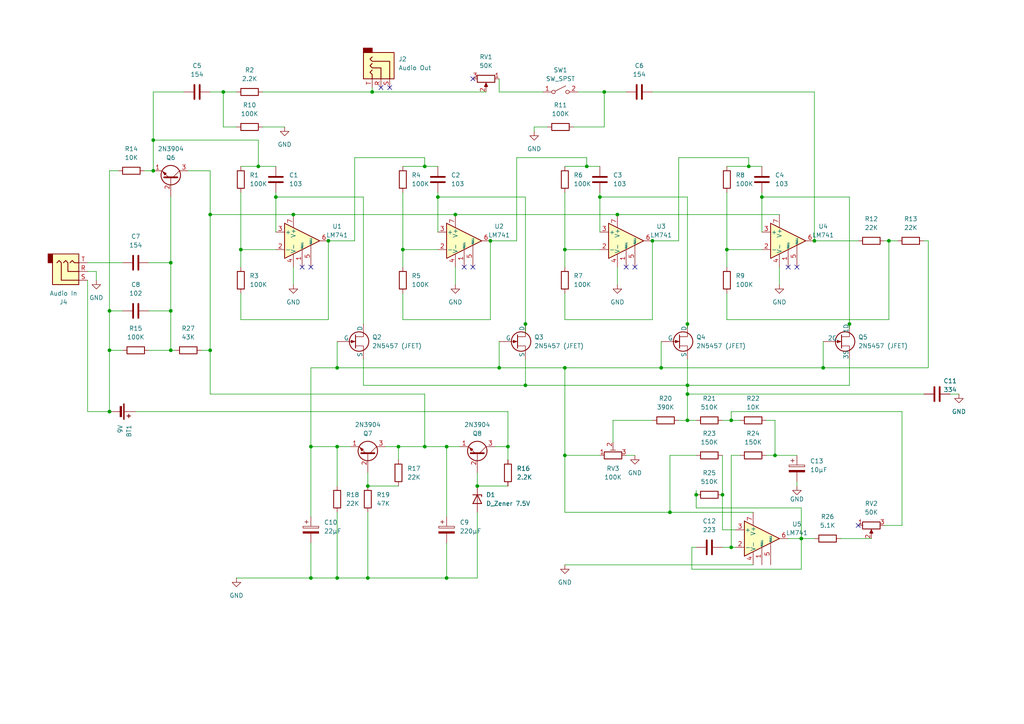
<source format=kicad_sch>
(kicad_sch (version 20230121) (generator eeschema)
  (paper "A4")
  (lib_symbols
    (symbol "Amplifier_Operational:LM741" (pin_names (offset 0.127))
      (property "Reference" "U" (at 0 6.35 0))
      (property "Value" "LM741" (at 0 3.81 0))
      (symbol "LM741_0_1"
        (polyline (pts (xy -5.08 5.08) (xy 5.08 0) (xy -5.08 -5.08) (xy -5.08 5.08)) (stroke (width 0.254)) (fill (type background)))
      )
      (symbol "LM741_1_1"
        (pin input line (at 0 -7.62 90) (length 5.08) (name "NULL") (number "1"))
        (pin input line (at -7.62 -2.54 0) (length 2.54) (name "-") (number "2"))
        (pin input line (at -7.62 2.54 0) (length 2.54) (name "+") (number "3"))
        (pin power_in line (at -2.54 -7.62 90) (length 3.81) (name "V-") (number "4"))
        (pin input line (at 2.54 -7.62 90) (length 6.35) (name "NULL") (number "5"))
        (pin output line (at 7.62 0 180) (length 2.54) (name "~") (number "6"))
        (pin power_in line (at -2.54 7.62 270) (length 3.81) (name "V+") (number "7"))
        (pin no_connect line (at 0 2.54 270) (length 2.54) hide (name "NC") (number "8"))
      )
    )
    (symbol "Connector_Audio:AudioJack3"
      (property "Reference" "J" (at 0 8.89 0))
      (property "Value" "AudioJack3" (at 0 6.35 0))
      (symbol "AudioJack3_0_1"
        (rectangle (start -5.08 -5.08) (end -6.35 -2.54) (stroke (width 0.254)) (fill (type outline)))
        (polyline (pts (xy 0 -2.54) (xy 0.635 -3.175) (xy 1.27 -2.54) (xy 2.54 -2.54)) (stroke (width 0.254)))
        (polyline (pts (xy -1.905 -2.54) (xy -1.27 -3.175) (xy -0.635 -2.54) (xy -0.635 0) (xy 2.54 0)) (stroke (width 0.254)))
        (polyline (pts (xy 2.54 2.54) (xy -2.54 2.54) (xy -2.54 -2.54) (xy -3.175 -3.175) (xy -3.81 -2.54)) (stroke (width 0.254)))
        (rectangle (start 2.54 3.81) (end -5.08 -5.08) (stroke (width 0.254)) (fill (type background)))
      )
      (symbol "AudioJack3_1_1"
        (pin passive line (at 5.08 0 180) (length 2.54) (name "~") (number "R"))
        (pin passive line (at 5.08 2.54 180) (length 2.54) (name "~") (number "S"))
        (pin passive line (at 5.08 -2.54 180) (length 2.54) (name "~") (number "T"))
      )
    )
    (symbol "Device:Battery_Cell" (pin_numbers hide) (pin_names (offset 0) hide)
      (property "Reference" "BT" (at 2.54 2.54 0))
      (property "Value" "Battery_Cell" (at 2.54 0 0))
      (symbol "Battery_Cell_0_1"
        (rectangle (start -2.286 1.778) (end 2.286 1.524) (fill (type outline)))
        (rectangle (start -1.524 1.016) (end 1.524 0.508) (fill (type outline)))
        (polyline (pts (xy 0 0.762) (xy 0 0)))
        (polyline (pts (xy 0 1.778) (xy 0 2.54)))
        (polyline (pts (xy 0.762 3.048) (xy 1.778 3.048)) (stroke (width 0.254)))
        (polyline (pts (xy 1.27 3.556) (xy 1.27 2.54)) (stroke (width 0.254)))
      )
      (symbol "Battery_Cell_1_1"
        (pin passive line (at 0 5.08 270) (length 2.54) (name "+") (number "1"))
        (pin passive line (at 0 -2.54 90) (length 2.54) (name "-") (number "2"))
      )
    )
    (symbol "Device:C" (pin_numbers hide) (pin_names (offset 0.254))
      (property "Reference" "C" (at 0.635 2.54 0))
      (property "Value" "C" (at 0.635 -2.54 0))
      (symbol "C_0_1"
        (polyline (pts (xy -2.032 -0.762) (xy 2.032 -0.762)) (stroke (width 0.508)))
        (polyline (pts (xy -2.032 0.762) (xy 2.032 0.762)) (stroke (width 0.508)))
      )
      (symbol "C_1_1"
        (pin passive line (at 0 3.81 270) (length 2.794) (name "~") (number "1"))
        (pin passive line (at 0 -3.81 90) (length 2.794) (name "~") (number "2"))
      )
    )
    (symbol "Device:C_Polarized" (pin_numbers hide) (pin_names (offset 0.254))
      (property "Reference" "C" (at 0.635 2.54 0))
      (property "Value" "C_Polarized" (at 0.635 -2.54 0))
      (symbol "C_Polarized_0_1"
        (rectangle (start -2.286 0.508) (end 2.286 1.016))
        (polyline (pts (xy -1.778 2.286) (xy -0.762 2.286)))
        (polyline (pts (xy -1.27 2.794) (xy -1.27 1.778)))
        (rectangle (start 2.286 -0.508) (end -2.286 -1.016) (fill (type outline)))
      )
      (symbol "C_Polarized_1_1"
        (pin passive line (at 0 3.81 270) (length 2.794) (name "~") (number "1"))
        (pin passive line (at 0 -3.81 90) (length 2.794) (name "~") (number "2"))
      )
    )
    (symbol "Device:D_Zener" (pin_numbers hide) (pin_names (offset 1.016) hide)
      (property "Reference" "D" (at 0 2.54 0))
      (property "Value" "D_Zener" (at 0 -2.54 0))
      (symbol "D_Zener_0_1"
        (polyline (pts (xy 1.27 0) (xy -1.27 0)))
        (polyline (pts (xy -1.27 -1.27) (xy -1.27 1.27) (xy -0.762 1.27)) (stroke (width 0.254)))
        (polyline (pts (xy 1.27 -1.27) (xy 1.27 1.27) (xy -1.27 0) (xy 1.27 -1.27)) (stroke (width 0.254)))
      )
      (symbol "D_Zener_1_1"
        (pin passive line (at -3.81 0 0) (length 2.54) (name "K") (number "1"))
        (pin passive line (at 3.81 0 180) (length 2.54) (name "A") (number "2"))
      )
    )
    (symbol "Device:R" (pin_numbers hide) (pin_names (offset 0))
      (property "Reference" "R" (at 2.032 0 90))
      (property "Value" "R" (at 0 0 90))
      (symbol "R_0_1"
        (rectangle (start -1.016 -2.54) (end 1.016 2.54) (stroke (width 0.254)))
      )
      (symbol "R_1_1"
        (pin passive line (at 0 3.81 270) (length 1.27) (name "~") (number "1"))
        (pin passive line (at 0 -3.81 90) (length 1.27) (name "~") (number "2"))
      )
    )
    (symbol "Device:R_Potentiometer" (pin_names (offset 1.016) hide)
      (property "Reference" "RV" (at -4.445 0 90))
      (property "Value" "R_Potentiometer" (at -2.54 0 90))
      (symbol "R_Potentiometer_0_1"
        (polyline (pts (xy 2.54 0) (xy 1.524 0)))
        (polyline (pts (xy 1.143 0) (xy 2.286 0.508) (xy 2.286 -0.508) (xy 1.143 0)) (fill (type outline)))
        (rectangle (start 1.016 2.54) (end -1.016 -2.54) (stroke (width 0.254)))
      )
      (symbol "R_Potentiometer_1_1"
        (pin passive line (at 0 3.81 270) (length 1.27) (name "1") (number "1"))
        (pin passive line (at 3.81 0 180) (length 1.27) (name "2") (number "2"))
        (pin passive line (at 0 -3.81 90) (length 1.27) (name "3") (number "3"))
      )
    )
    (symbol "Device:R_Potentiometer_Trim" (pin_names (offset 1.016) hide)
      (property "Reference" "RV" (at -4.445 0 90))
      (property "Value" "R_Potentiometer_Trim" (at -2.54 0 90))
      (symbol "R_Potentiometer_Trim_0_1"
        (polyline (pts (xy 1.524 0.762) (xy 1.524 -0.762)))
        (polyline (pts (xy 2.54 0) (xy 1.524 0)))
        (rectangle (start 1.016 2.54) (end -1.016 -2.54) (stroke (width 0.254)))
      )
      (symbol "R_Potentiometer_Trim_1_1"
        (pin passive line (at 0 3.81 270) (length 1.27) (name "1") (number "1"))
        (pin passive line (at 3.81 0 180) (length 1.27) (name "2") (number "2"))
        (pin passive line (at 0 -3.81 90) (length 1.27) (name "3") (number "3"))
      )
    )
    (symbol "NJFET_1" (pin_numbers hide) (pin_names (offset 0))
      (property "Reference" "Q5" (at 5.08 1.27 0))
      (property "Value" "2N5457 (JFET)" (at 5.08 -1.27 0))
      (symbol "NJFET_1_0_1"
        (polyline (pts (xy 0.254 1.905) (xy 0.254 -1.905) (xy 0.254 -1.905)) (stroke (width 0.254)))
        (polyline (pts (xy 2.54 -2.54) (xy 2.54 -1.27) (xy 0.254 -1.27)))
        (polyline (pts (xy 2.54 2.54) (xy 2.54 1.397) (xy 0.254 1.397)))
        (polyline (pts (xy 0 0) (xy -1.016 0.381) (xy -1.016 -0.381) (xy 0 0)) (fill (type outline)))
        (circle (center 1.27 0) (radius 2.8194) (stroke (width 0.254)))
      )
      (symbol "NJFET_1_1_1"
        (pin passive line (at 2.54 5.08 270) (length 2.54) (name "1D") (number "1"))
        (pin input line (at -5.08 0 0) (length 5.334) (name "2G") (number "2"))
        (pin passive line (at 2.54 -5.08 90) (length 2.54) (name "3S") (number "3"))
      )
    )
    (symbol "Simulation_SPICE:NJFET" (pin_numbers hide) (pin_names (offset 0))
      (property "Reference" "Q" (at 5.08 1.27 0))
      (property "Value" "NJFET" (at 5.08 -1.27 0))
      (symbol "NJFET_0_1"
        (polyline (pts (xy 0.254 1.905) (xy 0.254 -1.905) (xy 0.254 -1.905)) (stroke (width 0.254)))
        (polyline (pts (xy 2.54 -2.54) (xy 2.54 -1.27) (xy 0.254 -1.27)))
        (polyline (pts (xy 2.54 2.54) (xy 2.54 1.397) (xy 0.254 1.397)))
        (polyline (pts (xy 0 0) (xy -1.016 0.381) (xy -1.016 -0.381) (xy 0 0)) (fill (type outline)))
        (circle (center 1.27 0) (radius 2.8194) (stroke (width 0.254)))
      )
      (symbol "NJFET_1_1"
        (pin passive line (at 2.54 5.08 270) (length 2.54) (name "D") (number "1"))
        (pin input line (at -5.08 0 0) (length 5.334) (name "G") (number "2"))
        (pin passive line (at 2.54 -5.08 90) (length 2.54) (name "S") (number "3"))
      )
    )
    (symbol "Switch:SW_SPST" (pin_names (offset 0) hide)
      (property "Reference" "SW" (at 0 3.175 0))
      (property "Value" "SW_SPST" (at 0 -2.54 0))
      (symbol "SW_SPST_0_0"
        (circle (center -2.032 0) (radius 0.508))
        (polyline (pts (xy -1.524 0.254) (xy 1.524 1.778)))
        (circle (center 2.032 0) (radius 0.508))
      )
      (symbol "SW_SPST_1_1"
        (pin passive line (at -5.08 0 0) (length 2.54) (name "A") (number "1"))
        (pin passive line (at 5.08 0 180) (length 2.54) (name "B") (number "2"))
      )
    )
    (symbol "Transistor_BJT:2N3904" (pin_names (offset 0) hide)
      (property "Reference" "Q" (at 5.08 1.905 0))
      (property "Value" "2N3904" (at 5.08 0 0))
      (symbol "2N3904_0_1"
        (polyline (pts (xy 0.635 0.635) (xy 2.54 2.54)))
        (polyline (pts (xy 0.635 -0.635) (xy 2.54 -2.54) (xy 2.54 -2.54)))
        (polyline (pts (xy 0.635 1.905) (xy 0.635 -1.905) (xy 0.635 -1.905)) (stroke (width 0.508)))
        (polyline (pts (xy 1.27 -1.778) (xy 1.778 -1.27) (xy 2.286 -2.286) (xy 1.27 -1.778) (xy 1.27 -1.778)) (fill (type outline)))
        (circle (center 1.27 0) (radius 2.8194) (stroke (width 0.254)))
      )
      (symbol "2N3904_1_1"
        (pin passive line (at 2.54 -5.08 90) (length 2.54) (name "E") (number "1"))
        (pin passive line (at -5.08 0 0) (length 5.715) (name "B") (number "2"))
        (pin passive line (at 2.54 5.08 270) (length 2.54) (name "C") (number "3"))
      )
    )
    (symbol "power:GND" (power) (pin_names (offset 0))
      (property "Value" "GND" (at 0 -3.81 0))
      (symbol "GND_0_1"
        (polyline (pts (xy 0 0) (xy 0 -1.27) (xy 1.27 -1.27) (xy 0 -2.54) (xy -1.27 -1.27) (xy 0 -1.27)))
      )
      (symbol "GND_1_1"
        (pin power_in line (at 0 0 270) (length 0) hide (name "GND") (number "1"))
      )
    )
  )
  (junction (at 31.75 101.6))
  (junction (at 199.39 111.76))
  (junction (at 163.83 106.68))
  (junction (at 129.54 129.54))
  (junction (at 175.26 26.67))
  (junction (at 90.17 167.64))
  (junction (at 106.68 167.64))
  (junction (at 210.82 72.39))
  (junction (at 85.09 62.23))
  (junction (at 138.43 140.97))
  (junction (at 236.22 69.85))
  (junction (at 152.4 93.98))
  (junction (at 90.17 129.54))
  (junction (at 170.18 48.26))
  (junction (at 246.38 93.98))
  (junction (at 60.96 101.6))
  (junction (at 191.77 106.68))
  (junction (at 257.81 69.85))
  (junction (at 212.09 121.92))
  (junction (at 60.96 62.23))
  (junction (at 152.4 111.76))
  (junction (at 123.19 48.26))
  (junction (at 116.84 72.39))
  (junction (at 220.98 57.15))
  (junction (at 44.45 49.53))
  (junction (at 173.99 57.15))
  (junction (at 224.79 132.08))
  (junction (at 142.24 69.85))
  (junction (at 97.79 167.64))
  (junction (at 217.17 48.26))
  (junction (at 44.45 40.64))
  (junction (at 199.39 121.92))
  (junction (at 49.53 101.6))
  (junction (at 64.77 26.67))
  (junction (at 212.09 158.75))
  (junction (at 127 57.15))
  (junction (at 106.68 140.97))
  (junction (at 49.53 90.17))
  (junction (at 238.76 106.68))
  (junction (at 189.23 69.85))
  (junction (at 129.54 167.64))
  (junction (at 31.75 119.38))
  (junction (at 163.83 72.39))
  (junction (at 107.95 26.67))
  (junction (at 179.07 62.23))
  (junction (at 123.19 129.54))
  (junction (at 31.75 90.17))
  (junction (at 199.39 114.3))
  (junction (at 80.01 57.15))
  (junction (at 199.39 93.98))
  (junction (at 132.08 62.23))
  (junction (at 69.85 72.39))
  (junction (at 144.78 106.68))
  (junction (at 201.93 143.51))
  (junction (at 194.31 148.59))
  (junction (at 115.57 129.54))
  (junction (at 232.41 156.21))
  (junction (at 49.53 76.2))
  (junction (at 97.79 106.68))
  (junction (at 147.32 129.54))
  (junction (at 97.79 129.54))
  (junction (at 163.83 132.08))
  (junction (at 209.55 143.51))
  (junction (at 95.25 69.85))
  (junction (at 74.93 48.26))
  (no_connect (at 137.16 77.47))
  (no_connect (at 248.92 152.4))
  (no_connect (at 87.63 77.47))
  (no_connect (at 228.6 77.47))
  (no_connect (at 184.15 77.47))
  (no_connect (at 231.14 77.47))
  (no_connect (at 90.17 77.47))
  (no_connect (at 134.62 77.47))
  (no_connect (at 110.49 25.4))
  (no_connect (at 113.03 25.4))
  (no_connect (at 137.16 22.86))
  (no_connect (at 181.61 77.47))
  (wire (pts (xy 80.01 57.15) (xy 105.41 57.15)))
  (wire (pts (xy 238.76 106.68) (xy 269.24 106.68)))
  (wire (pts (xy 127 57.15) (xy 152.4 57.15)))
  (wire (pts (xy 123.19 48.26) (xy 127 48.26)))
  (wire (pts (xy 173.99 55.88) (xy 173.99 57.15)))
  (wire (pts (xy 228.6 156.21) (xy 232.41 156.21)))
  (wire (pts (xy 261.62 152.4) (xy 261.62 119.38)))
  (wire (pts (xy 209.55 121.92) (xy 212.09 121.92)))
  (wire (pts (xy 49.53 101.6) (xy 50.8 101.6)))
  (wire (pts (xy 97.79 129.54) (xy 97.79 140.97)))
  (wire (pts (xy 210.82 72.39) (xy 220.98 72.39)))
  (wire (pts (xy 95.25 69.85) (xy 95.25 92.71)))
  (wire (pts (xy 97.79 129.54) (xy 101.6 129.54)))
  (wire (pts (xy 90.17 129.54) (xy 90.17 149.86)))
  (wire (pts (xy 64.77 36.83) (xy 68.58 36.83)))
  (wire (pts (xy 49.53 76.2) (xy 43.18 76.2)))
  (wire (pts (xy 60.96 49.53) (xy 60.96 62.23)))
  (wire (pts (xy 189.23 69.85) (xy 189.23 92.71)))
  (wire (pts (xy 97.79 167.64) (xy 90.17 167.64)))
  (wire (pts (xy 90.17 157.48) (xy 90.17 167.64)))
  (wire (pts (xy 144.78 22.86) (xy 144.78 26.67)))
  (wire (pts (xy 224.79 121.92) (xy 222.25 121.92)))
  (wire (pts (xy 76.2 26.67) (xy 107.95 26.67)))
  (wire (pts (xy 214.63 132.08) (xy 212.09 132.08)))
  (wire (pts (xy 175.26 36.83) (xy 175.26 26.67)))
  (wire (pts (xy 275.59 114.3) (xy 278.13 114.3)))
  (wire (pts (xy 163.83 106.68) (xy 191.77 106.68)))
  (wire (pts (xy 256.54 152.4) (xy 261.62 152.4)))
  (wire (pts (xy 44.45 40.64) (xy 44.45 49.53)))
  (wire (pts (xy 138.43 140.97) (xy 147.32 140.97)))
  (wire (pts (xy 149.86 69.85) (xy 149.86 45.72)))
  (wire (pts (xy 232.41 156.21) (xy 232.41 147.32)))
  (wire (pts (xy 82.55 36.83) (xy 76.2 36.83)))
  (wire (pts (xy 163.83 55.88) (xy 163.83 72.39)))
  (wire (pts (xy 142.24 69.85) (xy 149.86 69.85)))
  (wire (pts (xy 220.98 57.15) (xy 246.38 57.15)))
  (wire (pts (xy 209.55 132.08) (xy 209.55 143.51)))
  (wire (pts (xy 210.82 48.26) (xy 217.17 48.26)))
  (wire (pts (xy 147.32 119.38) (xy 147.32 129.54)))
  (wire (pts (xy 97.79 106.68) (xy 90.17 106.68)))
  (wire (pts (xy 210.82 72.39) (xy 210.82 77.47)))
  (wire (pts (xy 147.32 129.54) (xy 147.32 133.35)))
  (wire (pts (xy 181.61 132.08) (xy 184.15 132.08)))
  (wire (pts (xy 85.09 62.23) (xy 132.08 62.23)))
  (wire (pts (xy 116.84 92.71) (xy 142.24 92.71)))
  (wire (pts (xy 173.99 57.15) (xy 173.99 67.31)))
  (wire (pts (xy 25.4 119.38) (xy 31.75 119.38)))
  (wire (pts (xy 123.19 45.72) (xy 123.19 48.26)))
  (wire (pts (xy 196.85 45.72) (xy 217.17 45.72)))
  (wire (pts (xy 144.78 106.68) (xy 97.79 106.68)))
  (wire (pts (xy 144.78 26.67) (xy 157.48 26.67)))
  (wire (pts (xy 194.31 148.59) (xy 218.44 148.59)))
  (wire (pts (xy 60.96 114.3) (xy 123.19 114.3)))
  (wire (pts (xy 196.85 69.85) (xy 196.85 45.72)))
  (wire (pts (xy 123.19 129.54) (xy 129.54 129.54)))
  (wire (pts (xy 138.43 148.59) (xy 138.43 167.64)))
  (wire (pts (xy 220.98 57.15) (xy 220.98 67.31)))
  (wire (pts (xy 194.31 132.08) (xy 201.93 132.08)))
  (wire (pts (xy 107.95 25.4) (xy 107.95 26.67)))
  (wire (pts (xy 199.39 121.92) (xy 201.93 121.92)))
  (wire (pts (xy 144.78 106.68) (xy 163.83 106.68)))
  (wire (pts (xy 256.54 69.85) (xy 257.81 69.85)))
  (wire (pts (xy 44.45 40.64) (xy 74.93 40.64)))
  (wire (pts (xy 60.96 101.6) (xy 60.96 114.3)))
  (wire (pts (xy 199.39 57.15) (xy 199.39 93.98)))
  (wire (pts (xy 31.75 90.17) (xy 35.56 90.17)))
  (wire (pts (xy 179.07 62.23) (xy 226.06 62.23)))
  (wire (pts (xy 199.39 114.3) (xy 267.97 114.3)))
  (wire (pts (xy 53.34 26.67) (xy 44.45 26.67)))
  (wire (pts (xy 49.53 76.2) (xy 49.53 90.17)))
  (wire (pts (xy 257.81 92.71) (xy 257.81 69.85)))
  (wire (pts (xy 69.85 85.09) (xy 69.85 92.71)))
  (wire (pts (xy 115.57 129.54) (xy 111.76 129.54)))
  (wire (pts (xy 115.57 129.54) (xy 123.19 129.54)))
  (wire (pts (xy 152.4 111.76) (xy 199.39 111.76)))
  (wire (pts (xy 31.75 101.6) (xy 31.75 119.38)))
  (wire (pts (xy 116.84 72.39) (xy 116.84 77.47)))
  (wire (pts (xy 149.86 45.72) (xy 170.18 45.72)))
  (wire (pts (xy 105.41 111.76) (xy 152.4 111.76)))
  (wire (pts (xy 69.85 92.71) (xy 95.25 92.71)))
  (wire (pts (xy 212.09 119.38) (xy 212.09 121.92)))
  (wire (pts (xy 212.09 121.92) (xy 214.63 121.92)))
  (wire (pts (xy 115.57 129.54) (xy 115.57 133.35)))
  (wire (pts (xy 177.8 121.92) (xy 189.23 121.92)))
  (wire (pts (xy 31.75 90.17) (xy 31.75 101.6)))
  (wire (pts (xy 231.14 140.97) (xy 231.14 139.7)))
  (wire (pts (xy 49.53 57.15) (xy 49.53 76.2)))
  (wire (pts (xy 267.97 69.85) (xy 269.24 69.85)))
  (wire (pts (xy 74.93 48.26) (xy 80.01 48.26)))
  (wire (pts (xy 201.93 142.24) (xy 201.93 143.51)))
  (wire (pts (xy 25.4 76.2) (xy 35.56 76.2)))
  (wire (pts (xy 222.25 132.08) (xy 224.79 132.08)))
  (wire (pts (xy 60.96 62.23) (xy 60.96 101.6)))
  (wire (pts (xy 80.01 57.15) (xy 80.01 67.31)))
  (wire (pts (xy 163.83 72.39) (xy 173.99 72.39)))
  (wire (pts (xy 116.84 48.26) (xy 123.19 48.26)))
  (wire (pts (xy 97.79 148.59) (xy 97.79 167.64)))
  (wire (pts (xy 123.19 114.3) (xy 123.19 129.54)))
  (wire (pts (xy 201.93 147.32) (xy 201.93 143.51)))
  (wire (pts (xy 212.09 132.08) (xy 212.09 158.75)))
  (wire (pts (xy 191.77 99.06) (xy 191.77 106.68)))
  (wire (pts (xy 39.37 119.38) (xy 147.32 119.38)))
  (wire (pts (xy 243.84 156.21) (xy 252.73 156.21)))
  (wire (pts (xy 209.55 158.75) (xy 212.09 158.75)))
  (wire (pts (xy 144.78 99.06) (xy 144.78 106.68)))
  (wire (pts (xy 44.45 26.67) (xy 44.45 40.64)))
  (wire (pts (xy 90.17 167.64) (xy 68.58 167.64)))
  (wire (pts (xy 167.64 26.67) (xy 175.26 26.67)))
  (wire (pts (xy 60.96 101.6) (xy 58.42 101.6)))
  (wire (pts (xy 210.82 55.88) (xy 210.82 72.39)))
  (wire (pts (xy 138.43 137.16) (xy 138.43 140.97)))
  (wire (pts (xy 31.75 101.6) (xy 35.56 101.6)))
  (wire (pts (xy 163.83 148.59) (xy 194.31 148.59)))
  (wire (pts (xy 199.39 104.14) (xy 199.39 111.76)))
  (wire (pts (xy 64.77 26.67) (xy 64.77 36.83)))
  (wire (pts (xy 152.4 93.98) (xy 152.4 96.52)))
  (wire (pts (xy 212.09 158.75) (xy 213.36 158.75)))
  (wire (pts (xy 166.37 36.83) (xy 175.26 36.83)))
  (wire (pts (xy 269.24 69.85) (xy 269.24 106.68)))
  (wire (pts (xy 142.24 69.85) (xy 142.24 92.71)))
  (wire (pts (xy 200.66 158.75) (xy 200.66 165.1)))
  (wire (pts (xy 189.23 69.85) (xy 196.85 69.85)))
  (wire (pts (xy 261.62 119.38) (xy 212.09 119.38)))
  (wire (pts (xy 217.17 45.72) (xy 217.17 48.26)))
  (wire (pts (xy 143.51 129.54) (xy 147.32 129.54)))
  (wire (pts (xy 74.93 40.64) (xy 74.93 48.26)))
  (wire (pts (xy 64.77 26.67) (xy 68.58 26.67)))
  (wire (pts (xy 102.87 69.85) (xy 102.87 45.72)))
  (wire (pts (xy 191.77 106.68) (xy 238.76 106.68)))
  (wire (pts (xy 209.55 153.67) (xy 209.55 143.51)))
  (wire (pts (xy 257.81 69.85) (xy 260.35 69.85)))
  (wire (pts (xy 107.95 26.67) (xy 140.97 26.67)))
  (wire (pts (xy 127 55.88) (xy 127 57.15)))
  (wire (pts (xy 116.84 55.88) (xy 116.84 72.39)))
  (wire (pts (xy 173.99 57.15) (xy 199.39 57.15)))
  (wire (pts (xy 95.25 69.85) (xy 102.87 69.85)))
  (wire (pts (xy 27.94 78.74) (xy 27.94 81.28)))
  (wire (pts (xy 236.22 69.85) (xy 248.92 69.85)))
  (wire (pts (xy 49.53 90.17) (xy 49.53 101.6)))
  (wire (pts (xy 132.08 62.23) (xy 179.07 62.23)))
  (wire (pts (xy 246.38 95.25) (xy 246.38 93.98)))
  (wire (pts (xy 85.09 77.47) (xy 85.09 82.55)))
  (wire (pts (xy 69.85 48.26) (xy 74.93 48.26)))
  (wire (pts (xy 213.36 153.67) (xy 209.55 153.67)))
  (wire (pts (xy 132.08 77.47) (xy 132.08 82.55)))
  (wire (pts (xy 177.8 121.92) (xy 177.8 128.27)))
  (wire (pts (xy 60.96 62.23) (xy 85.09 62.23)))
  (wire (pts (xy 106.68 140.97) (xy 115.57 140.97)))
  (wire (pts (xy 102.87 45.72) (xy 123.19 45.72)))
  (wire (pts (xy 129.54 129.54) (xy 129.54 149.86)))
  (wire (pts (xy 69.85 72.39) (xy 80.01 72.39)))
  (wire (pts (xy 106.68 148.59) (xy 106.68 167.64)))
  (wire (pts (xy 152.4 57.15) (xy 152.4 93.98)))
  (wire (pts (xy 210.82 92.71) (xy 257.81 92.71)))
  (wire (pts (xy 163.83 163.83) (xy 218.44 163.83)))
  (wire (pts (xy 105.41 57.15) (xy 105.41 93.98)))
  (wire (pts (xy 97.79 99.06) (xy 97.79 106.68)))
  (wire (pts (xy 199.39 111.76) (xy 246.38 111.76)))
  (wire (pts (xy 170.18 48.26) (xy 173.99 48.26)))
  (wire (pts (xy 199.39 95.25) (xy 199.39 93.98)))
  (wire (pts (xy 158.75 36.83) (xy 154.94 36.83)))
  (wire (pts (xy 232.41 165.1) (xy 232.41 156.21)))
  (wire (pts (xy 232.41 147.32) (xy 201.93 147.32)))
  (wire (pts (xy 60.96 26.67) (xy 64.77 26.67)))
  (wire (pts (xy 97.79 167.64) (xy 106.68 167.64)))
  (wire (pts (xy 80.01 55.88) (xy 80.01 57.15)))
  (wire (pts (xy 236.22 26.67) (xy 236.22 69.85)))
  (wire (pts (xy 201.93 158.75) (xy 200.66 158.75)))
  (wire (pts (xy 163.83 48.26) (xy 170.18 48.26)))
  (wire (pts (xy 154.94 36.83) (xy 154.94 38.1)))
  (wire (pts (xy 246.38 111.76) (xy 246.38 104.14)))
  (wire (pts (xy 224.79 132.08) (xy 231.14 132.08)))
  (wire (pts (xy 152.4 104.14) (xy 152.4 111.76)))
  (wire (pts (xy 210.82 85.09) (xy 210.82 92.71)))
  (wire (pts (xy 106.68 137.16) (xy 106.68 140.97)))
  (wire (pts (xy 194.31 132.08) (xy 194.31 148.59)))
  (wire (pts (xy 49.53 101.6) (xy 43.18 101.6)))
  (wire (pts (xy 196.85 121.92) (xy 199.39 121.92)))
  (wire (pts (xy 116.84 85.09) (xy 116.84 92.71)))
  (wire (pts (xy 238.76 99.06) (xy 238.76 106.68)))
  (wire (pts (xy 199.39 114.3) (xy 199.39 121.92)))
  (wire (pts (xy 106.68 167.64) (xy 129.54 167.64)))
  (wire (pts (xy 163.83 85.09) (xy 163.83 92.71)))
  (wire (pts (xy 163.83 106.68) (xy 163.83 132.08)))
  (wire (pts (xy 133.35 129.54) (xy 129.54 129.54)))
  (wire (pts (xy 49.53 90.17) (xy 43.18 90.17)))
  (wire (pts (xy 179.07 77.47) (xy 179.07 82.55)))
  (wire (pts (xy 129.54 157.48) (xy 129.54 167.64)))
  (wire (pts (xy 246.38 57.15) (xy 246.38 93.98)))
  (wire (pts (xy 31.75 49.53) (xy 31.75 90.17)))
  (wire (pts (xy 199.39 111.76) (xy 199.39 114.3)))
  (wire (pts (xy 127 57.15) (xy 127 67.31)))
  (wire (pts (xy 116.84 72.39) (xy 127 72.39)))
  (wire (pts (xy 129.54 167.64) (xy 138.43 167.64)))
  (wire (pts (xy 200.66 165.1) (xy 232.41 165.1)))
  (wire (pts (xy 90.17 106.68) (xy 90.17 129.54)))
  (wire (pts (xy 175.26 26.67) (xy 181.61 26.67)))
  (wire (pts (xy 25.4 78.74) (xy 27.94 78.74)))
  (wire (pts (xy 170.18 45.72) (xy 170.18 48.26)))
  (wire (pts (xy 232.41 156.21) (xy 236.22 156.21)))
  (wire (pts (xy 41.91 49.53) (xy 44.45 49.53)))
  (wire (pts (xy 54.61 49.53) (xy 60.96 49.53)))
  (wire (pts (xy 69.85 72.39) (xy 69.85 77.47)))
  (wire (pts (xy 90.17 129.54) (xy 97.79 129.54)))
  (wire (pts (xy 224.79 121.92) (xy 224.79 132.08)))
  (wire (pts (xy 226.06 77.47) (xy 226.06 82.55)))
  (wire (pts (xy 220.98 55.88) (xy 220.98 57.15)))
  (wire (pts (xy 31.75 49.53) (xy 34.29 49.53)))
  (wire (pts (xy 25.4 81.28) (xy 25.4 119.38)))
  (wire (pts (xy 163.83 132.08) (xy 163.83 148.59)))
  (wire (pts (xy 69.85 55.88) (xy 69.85 72.39)))
  (wire (pts (xy 163.83 92.71) (xy 189.23 92.71)))
  (wire (pts (xy 217.17 48.26) (xy 220.98 48.26)))
  (wire (pts (xy 105.41 104.14) (xy 105.41 111.76)))
  (wire (pts (xy 189.23 26.67) (xy 236.22 26.67)))
  (wire (pts (xy 163.83 72.39) (xy 163.83 77.47)))
  (wire (pts (xy 163.83 132.08) (xy 173.99 132.08)))
  (symbol (lib_id "Device:R") (at 39.37 101.6 270) (unit 1)
    (property "Reference" "R15" (at 39.37 95.25 90))
    (property "Value" "100K" (at 39.37 97.79 90))
    (property "Footprint" "Resistor_THT:R_Axial_DIN0207_L6.3mm_D2.5mm_P5.08mm_Vertical" (effects hide))
  )
  (symbol (lib_id "Device:R") (at 116.84 81.28 0) (unit 1)
    (property "Reference" "R5" (at 119.38 80.01 0) (effects (justify left)))
    (property "Value" "100K" (at 119.38 82.55 0) (effects (justify left)))
    (property "Footprint" "Resistor_THT:R_Axial_DIN0207_L6.3mm_D2.5mm_P7.62mm_Horizontal" (effects hide))
  )
  (symbol (lib_id "Device:R") (at 69.85 52.07 0) (unit 1)
    (property "Reference" "R1" (at 72.39 50.8 0) (effects (justify left)))
    (property "Value" "100K" (at 72.39 53.34 0) (effects (justify left)))
    (property "Footprint" "Resistor_THT:R_Axial_DIN0207_L6.3mm_D2.5mm_P7.62mm_Horizontal" (effects hide))
  )
  (symbol (lib_id "Transistor_BJT:2N3904") (at 138.43 132.08 270) (mirror x) (unit 1)
    (property "Reference" "Q8" (at 138.43 125.73 90))
    (property "Value" "2N3904" (at 138.43 123.19 90))
    (property "Footprint" "Package_TO_SOT_THT:TO-92_Inline_Wide" (effects hide))
    (property "Datasheet" "https://www.onsemi.com/pub/Collateral/2N3903-D.PDF" (effects hide))
  )
  (symbol (lib_id "Amplifier_Operational:LM741") (at 134.62 69.85 0) (unit 1)
    (property "Reference" "U2" (at 144.78 65.6591 0))
    (property "Value" "LM741" (at 144.78 68.1991 0))
    (property "Footprint" "Package_DIP:DIP-8_W7.62mm_Socket" (effects hide))
    (property "Datasheet" "http://www.ti.com/lit/ds/symlink/lm741.pdf" (effects hide))
  )
  (symbol (lib_id "Device:R") (at 72.39 26.67 270) (unit 1)
    (property "Reference" "R2" (at 72.39 20.32 90))
    (property "Value" "2.2K" (at 72.39 22.86 90))
    (property "Footprint" "Resistor_THT:R_Axial_DIN0207_L6.3mm_D2.5mm_P7.62mm_Horizontal" (effects hide))
  )
  (symbol (lib_id "Device:R") (at 210.82 81.28 0) (unit 1)
    (property "Reference" "R9" (at 213.36 80.01 0) (effects (justify left)))
    (property "Value" "100K" (at 213.36 82.55 0) (effects (justify left)))
    (property "Footprint" "Resistor_THT:R_Axial_DIN0207_L6.3mm_D2.5mm_P7.62mm_Horizontal" (effects hide))
  )
  (symbol (lib_id "Device:C") (at 39.37 90.17 270) (unit 1)
    (property "Reference" "C8" (at 39.37 82.55 90))
    (property "Value" "102" (at 39.37 85.09 90))
    (property "Footprint" "Resistor_THT:R_Axial_DIN0207_L6.3mm_D2.5mm_P5.08mm_Vertical" (effects hide))
  )
  (symbol (lib_id "Simulation_SPICE:NJFET") (at 102.87 99.06 0) (unit 1)
    (property "Reference" "Q2" (at 107.95 97.79 0) (effects (justify left)))
    (property "Value" "2N5457 (JFET)" (at 107.95 100.33 0) (effects (justify left)))
    (property "Footprint" "Package_TO_SOT_THT:TO-92_Inline_Wide" (effects hide))
    (property "Sim.Device" "NJFET" (effects hide))
    (property "Sim.Type" "SHICHMANHODGES" (effects hide))
    (property "Sim.Pins" "1=D 2=G 3=S" (effects hide))
  )
  (symbol (lib_id "Device:R") (at 69.85 81.28 0) (unit 1)
    (property "Reference" "R3" (at 72.39 80.01 0) (effects (justify left)))
    (property "Value" "100K" (at 72.39 82.55 0) (effects (justify left)))
    (property "Footprint" "Resistor_THT:R_Axial_DIN0207_L6.3mm_D2.5mm_P7.62mm_Horizontal" (effects hide))
  )
  (symbol (lib_id "Device:R") (at 252.73 69.85 270) (unit 1)
    (property "Reference" "R12" (at 252.73 63.5 90))
    (property "Value" "22K" (at 252.73 66.04 90))
    (property "Footprint" "Resistor_THT:R_Axial_DIN0207_L6.3mm_D2.5mm_P7.62mm_Horizontal" (effects hide))
  )
  (symbol (lib_id "power:GND") (at 154.94 38.1 0) (unit 1)
    (property "Reference" "#PWR05" (effects hide))
    (property "Value" "GND" (at 154.94 43.18 0))
  )
  (symbol (lib_id "Switch:SW_SPST") (at 162.56 26.67 0) (unit 1)
    (property "Reference" "SW1" (at 162.56 20.32 0))
    (property "Value" "SW_SPST" (at 162.56 22.86 0))
    (property "Footprint" "LED_THT:LED_D2.0mm_W4.8mm_H2.5mm_FlatTop" (effects hide))
  )
  (symbol (lib_id "power:GND") (at 226.06 82.55 0) (unit 1)
    (property "Reference" "#PWR04" (effects hide))
    (property "Value" "GND" (at 226.06 87.63 0))
  )
  (symbol (lib_id "Device:C") (at 57.15 26.67 270) (unit 1)
    (property "Reference" "C5" (at 57.15 19.05 90))
    (property "Value" "154" (at 57.15 21.59 90))
    (property "Footprint" "Resistor_THT:R_Axial_DIN0207_L6.3mm_D2.5mm_P5.08mm_Vertical" (effects hide))
  )
  (symbol (lib_id "Device:R") (at 264.16 69.85 270) (unit 1)
    (property "Reference" "R13" (at 264.16 63.5 90))
    (property "Value" "22K" (at 264.16 66.04 90))
    (property "Footprint" "Resistor_THT:R_Axial_DIN0207_L6.3mm_D2.5mm_P5.08mm_Vertical" (effects hide))
  )
  (symbol (lib_id "Device:R_Potentiometer_Trim") (at 177.8 132.08 90) (unit 1)
    (property "Reference" "RV3" (at 177.8 135.89 90))
    (property "Value" "100K" (at 177.8 138.43 90))
    (property "Footprint" "Potentiometer_THT:Potentiometer_Runtron_RM-065_Vertical" (effects hide))
  )
  (symbol (lib_id "Simulation_SPICE:NJFET") (at 149.86 99.06 0) (unit 1)
    (property "Reference" "Q3" (at 154.94 97.79 0) (effects (justify left)))
    (property "Value" "2N5457 (JFET)" (at 154.94 100.33 0) (effects (justify left)))
    (property "Footprint" "Package_TO_SOT_THT:TO-92_Inline_Wide" (effects hide))
    (property "Sim.Device" "NJFET" (effects hide))
    (property "Sim.Type" "SHICHMANHODGES" (effects hide))
    (property "Sim.Pins" "1=D 2=G 3=S" (effects hide))
  )
  (symbol (lib_id "power:GND") (at 85.09 82.55 0) (unit 1)
    (property "Reference" "#PWR01" (effects hide))
    (property "Value" "GND" (at 85.09 87.63 0))
  )
  (symbol (lib_id "Connector_Audio:AudioJack3") (at 110.49 20.32 270) (unit 1)
    (property "Reference" "J2" (at 115.57 17.145 90) (effects (justify left)))
    (property "Value" "Audio Out" (at 115.57 19.685 90) (effects (justify left)))
    (property "Footprint" "Library:AudioMountPoint2" (effects hide))
  )
  (symbol (lib_id "Device:C") (at 220.98 52.07 0) (unit 1)
    (property "Reference" "C4" (at 224.79 50.8 0) (effects (justify left)))
    (property "Value" "103" (at 224.79 53.34 0) (effects (justify left)))
    (property "Footprint" "Resistor_THT:R_Axial_DIN0207_L6.3mm_D2.5mm_P7.62mm_Horizontal" (effects hide))
  )
  (symbol (lib_id "Device:R") (at 162.56 36.83 270) (unit 1)
    (property "Reference" "R11" (at 162.56 30.48 90))
    (property "Value" "100K" (at 162.56 33.02 90))
    (property "Footprint" "Resistor_THT:R_Axial_DIN0207_L6.3mm_D2.5mm_P7.62mm_Horizontal" (effects hide))
  )
  (symbol (lib_id "Device:R") (at 193.04 121.92 270) (unit 1)
    (property "Reference" "R20" (at 193.04 115.57 90))
    (property "Value" "390K" (at 193.04 118.11 90))
    (property "Footprint" "Resistor_THT:R_Axial_DIN0207_L6.3mm_D2.5mm_P7.62mm_Horizontal" (effects hide))
  )
  (symbol (lib_id "Device:C") (at 80.01 52.07 0) (unit 1)
    (property "Reference" "C1" (at 83.82 50.8 0) (effects (justify left)))
    (property "Value" "103" (at 83.82 53.34 0) (effects (justify left)))
    (property "Footprint" "Resistor_THT:R_Axial_DIN0207_L6.3mm_D2.5mm_P7.62mm_Horizontal" (effects hide))
  )
  (symbol (lib_id "power:GND") (at 27.94 81.28 0) (unit 1)
    (property "Reference" "#PWR012" (effects hide))
    (property "Value" "GND" (at 27.94 86.36 0))
  )
  (symbol (lib_id "power:GND") (at 278.13 114.3 0) (unit 1)
    (property "Reference" "#PWR09" (effects hide))
    (property "Value" "GND" (at 278.13 119.38 0))
  )
  (symbol (lib_id "Device:C") (at 173.99 52.07 0) (unit 1)
    (property "Reference" "C3" (at 177.8 50.8 0) (effects (justify left)))
    (property "Value" "103" (at 177.8 53.34 0) (effects (justify left)))
    (property "Footprint" "Resistor_THT:R_Axial_DIN0207_L6.3mm_D2.5mm_P7.62mm_Horizontal" (effects hide))
  )
  (symbol (lib_id "Device:R") (at 115.57 137.16 0) (unit 1)
    (property "Reference" "R17" (at 118.11 135.89 0) (effects (justify left)))
    (property "Value" "22K" (at 118.11 138.43 0) (effects (justify left)))
    (property "Footprint" "Resistor_THT:R_Axial_DIN0207_L6.3mm_D2.5mm_P2.54mm_Vertical" (effects hide))
  )
  (symbol (lib_id "power:GND") (at 184.15 132.08 0) (unit 1)
    (property "Reference" "#PWR08" (effects hide))
    (property "Value" "GND" (at 184.15 137.16 0))
  )
  (symbol (lib_id "Device:R") (at 218.44 121.92 270) (unit 1)
    (property "Reference" "R22" (at 218.44 115.57 90))
    (property "Value" "10K" (at 218.44 118.11 90))
    (property "Footprint" "Resistor_THT:R_Axial_DIN0207_L6.3mm_D2.5mm_P7.62mm_Horizontal" (effects hide))
  )
  (symbol (lib_id "Amplifier_Operational:LM741") (at 220.98 156.21 0) (unit 1)
    (property "Reference" "U5" (at 231.14 152.0191 0))
    (property "Value" "LM741" (at 231.14 154.5591 0))
    (property "Footprint" "Package_DIP:DIP-8_W7.62mm_Socket" (effects hide))
    (property "Datasheet" "http://www.ti.com/lit/ds/symlink/lm741.pdf" (effects hide))
  )
  (symbol (lib_id "Device:R") (at 210.82 52.07 0) (unit 1)
    (property "Reference" "R8" (at 213.36 50.8 0) (effects (justify left)))
    (property "Value" "100K" (at 213.36 53.34 0) (effects (justify left)))
    (property "Footprint" "Resistor_THT:R_Axial_DIN0207_L6.3mm_D2.5mm_P7.62mm_Horizontal" (effects hide))
  )
  (symbol (lib_id "Transistor_BJT:2N3904") (at 106.68 132.08 270) (mirror x) (unit 1)
    (property "Reference" "Q7" (at 106.68 125.73 90))
    (property "Value" "2N3904" (at 106.68 123.19 90))
    (property "Footprint" "Package_TO_SOT_THT:TO-92_Inline_Wide" (effects hide))
    (property "Datasheet" "https://www.onsemi.com/pub/Collateral/2N3903-D.PDF" (effects hide))
  )
  (symbol (lib_id "Connector_Audio:AudioJack3") (at 20.32 78.74 0) (mirror x) (unit 1)
    (property "Reference" "J4" (at 18.415 87.63 0))
    (property "Value" "Audio In" (at 18.415 85.09 0))
    (property "Footprint" "Library:AudioMountPoint2" (effects hide))
  )
  (symbol (lib_id "Device:C_Polarized") (at 129.54 153.67 0) (unit 1)
    (property "Reference" "C9" (at 133.35 151.511 0) (effects (justify left)))
    (property "Value" "220µF" (at 133.35 154.051 0) (effects (justify left)))
    (property "Footprint" "Capacitor_THT:CP_Radial_D10.0mm_P5.00mm" (effects hide))
  )
  (symbol (lib_id "Device:C") (at 127 52.07 0) (unit 1)
    (property "Reference" "C2" (at 130.81 50.8 0) (effects (justify left)))
    (property "Value" "103" (at 130.81 53.34 0) (effects (justify left)))
    (property "Footprint" "Resistor_THT:R_Axial_DIN0207_L6.3mm_D2.5mm_P7.62mm_Horizontal" (effects hide))
  )
  (symbol (lib_id "Device:R") (at 106.68 144.78 0) (unit 1)
    (property "Reference" "R19" (at 109.22 143.51 0) (effects (justify left)))
    (property "Value" "47K" (at 109.22 146.05 0) (effects (justify left)))
    (property "Footprint" "Resistor_THT:R_Axial_DIN0207_L6.3mm_D2.5mm_P2.54mm_Vertical" (effects hide))
  )
  (symbol (lib_id "Device:R") (at 205.74 121.92 270) (unit 1)
    (property "Reference" "R21" (at 205.74 115.57 90))
    (property "Value" "510K" (at 205.74 118.11 90))
    (property "Footprint" "Resistor_THT:R_Axial_DIN0207_L6.3mm_D2.5mm_P7.62mm_Horizontal" (effects hide))
  )
  (symbol (lib_id "Device:R") (at 54.61 101.6 270) (unit 1)
    (property "Reference" "R27" (at 54.61 95.25 90))
    (property "Value" "43K" (at 54.61 97.79 90))
    (property "Footprint" "Resistor_THT:R_Axial_DIN0207_L6.3mm_D2.5mm_P2.54mm_Vertical" (effects hide))
  )
  (symbol (lib_id "Amplifier_Operational:LM741") (at 87.63 69.85 0) (unit 1)
    (property "Reference" "U1" (at 97.79 65.6591 0))
    (property "Value" "LM741" (at 97.79 68.1991 0))
    (property "Footprint" "Package_DIP:DIP-8_W7.62mm_Socket" (effects hide))
    (property "Datasheet" "http://www.ti.com/lit/ds/symlink/lm741.pdf" (effects hide))
  )
  (symbol (lib_id "Device:C_Polarized") (at 231.14 135.89 0) (unit 1)
    (property "Reference" "C13" (at 234.95 133.731 0) (effects (justify left)))
    (property "Value" "10µF" (at 234.95 136.271 0) (effects (justify left)))
    (property "Footprint" "Capacitor_THT:CP_Radial_D5.0mm_P2.50mm" (effects hide))
  )
  (symbol (lib_id "Device:R") (at 163.83 52.07 0) (unit 1)
    (property "Reference" "R6" (at 166.37 50.8 0) (effects (justify left)))
    (property "Value" "100K" (at 166.37 53.34 0) (effects (justify left)))
    (property "Footprint" "Resistor_THT:R_Axial_DIN0207_L6.3mm_D2.5mm_P7.62mm_Horizontal" (effects hide))
  )
  (symbol (lib_id "Device:R") (at 205.74 132.08 270) (unit 1)
    (property "Reference" "R23" (at 205.74 125.73 90))
    (property "Value" "150K" (at 205.74 128.27 90))
    (property "Footprint" "Resistor_THT:R_Axial_DIN0207_L6.3mm_D2.5mm_P7.62mm_Horizontal" (effects hide))
  )
  (symbol (lib_id "power:GND") (at 82.55 36.83 0) (unit 1)
    (property "Reference" "#PWR07" (effects hide))
    (property "Value" "GND" (at 82.55 41.91 0))
  )
  (symbol (lib_id "Device:R") (at 218.44 132.08 270) (unit 1)
    (property "Reference" "R24" (at 218.44 125.73 90))
    (property "Value" "150K" (at 218.44 128.27 90))
    (property "Footprint" "Resistor_THT:R_Axial_DIN0207_L6.3mm_D2.5mm_P2.54mm_Vertical" (effects hide))
  )
  (symbol (lib_id "Transistor_BJT:2N3904") (at 49.53 52.07 270) (mirror x) (unit 1)
    (property "Reference" "Q6" (at 49.53 45.72 90))
    (property "Value" "2N3904" (at 49.53 43.18 90))
    (property "Footprint" "Package_TO_SOT_THT:TO-92_Inline_Wide" (effects hide))
    (property "Datasheet" "https://www.onsemi.com/pub/Collateral/2N3903-D.PDF" (effects hide))
  )
  (symbol (lib_id "power:GND") (at 132.08 82.55 0) (unit 1)
    (property "Reference" "#PWR02" (effects hide))
    (property "Value" "GND" (at 132.08 87.63 0))
  )
  (symbol (lib_id "Device:R") (at 147.32 137.16 0) (unit 1)
    (property "Reference" "R16" (at 149.86 135.89 0) (effects (justify left)))
    (property "Value" "2.2K" (at 149.86 138.43 0) (effects (justify left)))
    (property "Footprint" "Resistor_THT:R_Axial_DIN0207_L6.3mm_D2.5mm_P2.54mm_Vertical" (effects hide))
  )
  (symbol (lib_id "Device:C") (at 205.74 158.75 270) (unit 1)
    (property "Reference" "C12" (at 205.74 151.13 90))
    (property "Value" "223" (at 205.74 153.67 90))
    (property "Footprint" "Resistor_THT:R_Axial_DIN0207_L6.3mm_D2.5mm_P5.08mm_Vertical" (effects hide))
  )
  (symbol (lib_id "Device:R_Potentiometer") (at 140.97 22.86 270) (unit 1)
    (property "Reference" "RV1" (at 140.97 16.51 90))
    (property "Value" "50K" (at 140.97 19.05 90))
    (property "Footprint" "Potentiometer_THT:Potentiometer_Bourns_3266Y_Vertical" (effects hide))
  )
  (symbol (lib_name "NJFET_1") (lib_id "Simulation_SPICE:NJFET") (at 243.84 99.06 0) (unit 1)
    (property "Reference" "Q5" (at 248.92 97.79 0) (effects (justify left)))
    (property "Value" "2N5457 (JFET)" (at 248.92 100.33 0) (effects (justify left)))
    (property "Footprint" "Package_TO_SOT_THT:TO-92_Inline_Wide" (effects hide))
    (property "Sim.Device" "NJFET" (effects hide))
    (property "Sim.Type" "SHICHMANHODGES" (effects hide))
    (property "Sim.Pins" "1=D 2=G 3=S" (effects hide))
  )
  (symbol (lib_id "power:GND") (at 231.14 140.97 0) (unit 1)
    (property "Reference" "#PWR010" (effects hide))
    (property "Value" "GND" (at 231.14 144.78 0))
  )
  (symbol (lib_id "Device:C") (at 185.42 26.67 270) (unit 1)
    (property "Reference" "C6" (at 185.42 19.05 90))
    (property "Value" "154" (at 185.42 21.59 90))
    (property "Footprint" "Resistor_THT:R_Axial_DIN0207_L6.3mm_D2.5mm_P5.08mm_Vertical" (effects hide))
  )
  (symbol (lib_id "power:GND") (at 179.07 82.55 0) (unit 1)
    (property "Reference" "#PWR03" (effects hide))
    (property "Value" "GND" (at 179.07 87.63 0))
  )
  (symbol (lib_id "Amplifier_Operational:LM741") (at 181.61 69.85 0) (unit 1)
    (property "Reference" "U3" (at 191.77 65.6591 0))
    (property "Value" "LM741" (at 191.77 68.1991 0))
    (property "Footprint" "Package_DIP:DIP-8_W7.62mm_Socket" (effects hide))
    (property "Datasheet" "http://www.ti.com/lit/ds/symlink/lm741.pdf" (effects hide))
  )
  (symbol (lib_id "Device:R") (at 163.83 81.28 0) (unit 1)
    (property "Reference" "R7" (at 166.37 80.01 0) (effects (justify left)))
    (property "Value" "100K" (at 166.37 82.55 0) (effects (justify left)))
    (property "Footprint" "Resistor_THT:R_Axial_DIN0207_L6.3mm_D2.5mm_P7.62mm_Horizontal" (effects hide))
  )
  (symbol (lib_id "Device:R") (at 240.03 156.21 270) (unit 1)
    (property "Reference" "R26" (at 240.03 149.86 90))
    (property "Value" "5.1K" (at 240.03 152.4 90))
    (property "Footprint" "Resistor_THT:R_Axial_DIN0207_L6.3mm_D2.5mm_P7.62mm_Horizontal" (effects hide))
  )
  (symbol (lib_id "Device:D_Zener") (at 138.43 144.78 270) (unit 1)
    (property "Reference" "D1" (at 140.97 143.51 90) (effects (justify left)))
    (property "Value" "D_Zener 7.5V" (at 140.97 146.05 90) (effects (justify left)))
    (property "Footprint" "Resistor_THT:R_Axial_DIN0207_L6.3mm_D2.5mm_P5.08mm_Vertical" (effects hide))
  )
  (symbol (lib_id "Device:C") (at 271.78 114.3 270) (unit 1)
    (property "Reference" "C11" (at 275.59 110.49 90))
    (property "Value" "334" (at 275.59 113.03 90))
    (property "Footprint" "Resistor_THT:R_Axial_DIN0207_L6.3mm_D2.5mm_P5.08mm_Vertical" (effects hide))
  )
  (symbol (lib_id "Device:R") (at 97.79 144.78 0) (unit 1)
    (property "Reference" "R18" (at 100.33 143.51 0) (effects (justify left)))
    (property "Value" "22K" (at 100.33 146.05 0) (effects (justify left)))
    (property "Footprint" "Resistor_THT:R_Axial_DIN0207_L6.3mm_D2.5mm_P2.54mm_Vertical" (effects hide))
  )
  (symbol (lib_id "Device:R") (at 72.39 36.83 270) (unit 1)
    (property "Reference" "R10" (at 72.39 30.48 90))
    (property "Value" "100K" (at 72.39 33.02 90))
    (property "Footprint" "Resistor_THT:R_Axial_DIN0207_L6.3mm_D2.5mm_P7.62mm_Horizontal" (effects hide))
  )
  (symbol (lib_id "Amplifier_Operational:LM741") (at 228.6 69.85 0) (unit 1)
    (property "Reference" "U4" (at 238.76 65.6591 0))
    (property "Value" "LM741" (at 238.76 68.1991 0))
    (property "Footprint" "Package_DIP:DIP-8_W7.62mm_Socket" (effects hide))
    (property "Datasheet" "http://www.ti.com/lit/ds/symlink/lm741.pdf" (effects hide))
  )
  (symbol (lib_id "power:GND") (at 163.83 163.83 0) (unit 1)
    (property "Reference" "#PWR011" (effects hide))
    (property "Value" "GND" (at 163.83 168.91 0))
  )
  (symbol (lib_id "Device:R") (at 205.74 143.51 270) (unit 1)
    (property "Reference" "R25" (at 205.74 137.16 90))
    (property "Value" "510K" (at 205.74 139.7 90))
    (property "Footprint" "Resistor_THT:R_Axial_DIN0207_L6.3mm_D2.5mm_P2.54mm_Vertical" (effects hide))
  )
  (symbol (lib_id "Device:C_Polarized") (at 90.17 153.67 0) (unit 1)
    (property "Reference" "C10" (at 93.98 151.511 0) (effects (justify left)))
    (property "Value" "22µF" (at 93.98 154.051 0) (effects (justify left)))
    (property "Footprint" "Capacitor_THT:CP_Radial_D5.0mm_P2.50mm" (effects hide))
  )
  (symbol (lib_id "Device:R") (at 116.84 52.07 0) (unit 1)
    (property "Reference" "R4" (at 119.38 50.8 0) (effects (justify left)))
    (property "Value" "100K" (at 119.38 53.34 0) (effects (justify left)))
    (property "Footprint" "Resistor_THT:R_Axial_DIN0207_L6.3mm_D2.5mm_P7.62mm_Horizontal" (effects hide))
  )
  (symbol (lib_id "Device:Battery_Cell") (at 34.29 119.38 270) (unit 1)
    (property "Reference" "BT1" (at 37.4015 123.19 0) (effects (justify left)))
    (property "Value" "9V" (at 34.8615 123.19 0) (effects (justify left)))
    (property "Footprint" "LED_THT:LED_D2.0mm_W4.8mm_H2.5mm_FlatTop" (effects hide))
  )
  (symbol (lib_id "Device:R") (at 38.1 49.53 270) (unit 1)
    (property "Reference" "R14" (at 38.1 43.18 90))
    (property "Value" "10K" (at 38.1 45.72 90))
    (property "Footprint" "Resistor_THT:R_Axial_DIN0207_L6.3mm_D2.5mm_P7.62mm_Horizontal" (effects hide))
  )
  (symbol (lib_id "Device:C") (at 39.37 76.2 270) (unit 1)
    (property "Reference" "C7" (at 39.37 68.58 90))
    (property "Value" "154" (at 39.37 71.12 90))
    (property "Footprint" "Resistor_THT:R_Axial_DIN0207_L6.3mm_D2.5mm_P5.08mm_Vertical" (effects hide))
  )
  (symbol (lib_id "Simulation_SPICE:NJFET") (at 196.85 99.06 0) (unit 1)
    (property "Reference" "Q4" (at 201.93 97.79 0) (effects (justify left)))
    (property "Value" "2N5457 (JFET)" (at 201.93 100.33 0) (effects (justify left)))
    (property "Footprint" "Package_TO_SOT_THT:TO-92_Inline_Wide" (effects hide))
    (property "Sim.Device" "NJFET" (effects hide))
    (property "Sim.Type" "SHICHMANHODGES" (effects hide))
    (property "Sim.Pins" "1=D 2=G 3=S" (effects hide))
  )
  (symbol (lib_id "power:GND") (at 68.58 167.64 0) (unit 1)
    (property "Reference" "#PWR06" (effects hide))
    (property "Value" "GND" (at 68.58 172.72 0))
  )
  (symbol (lib_id "Device:R_Potentiometer") (at 252.73 152.4 90) (mirror x) (unit 1)
    (property "Reference" "RV2" (at 252.73 146.05 90))
    (property "Value" "50K" (at 252.73 148.59 90))
    (property "Footprint" "Potentiometer_THT:Potentiometer_Bourns_3266Y_Vertical" (effects hide))
  )
)
</source>
